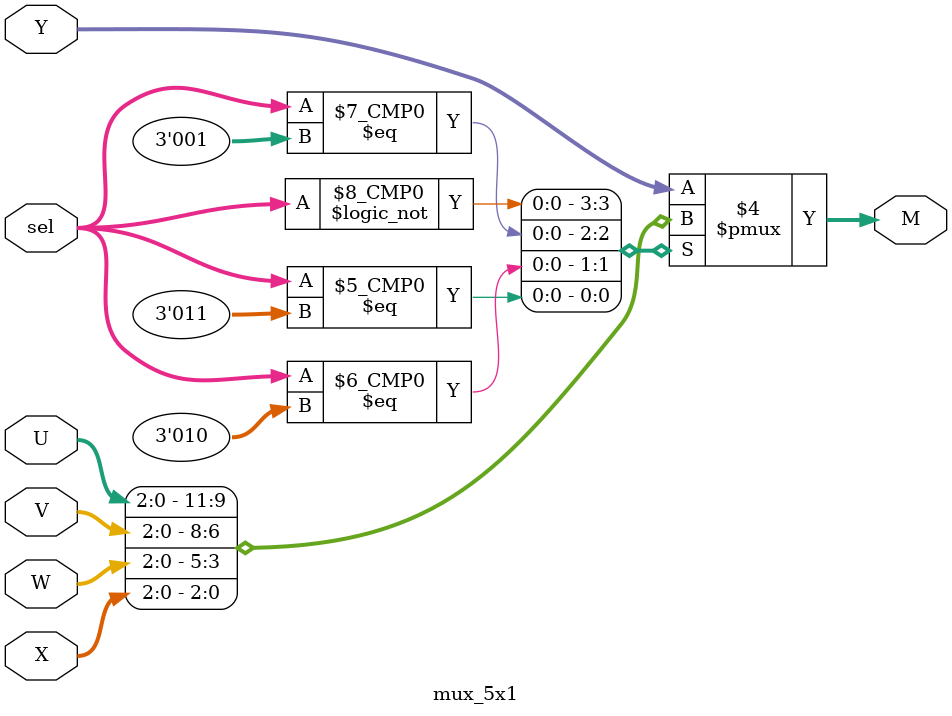
<source format=sv>
module mux_5x1 (
    input  logic [2:0] U, V, W, X, Y,
    input  logic [2:0] sel,
    output logic [2:0] M
);
    always_comb begin
        case(sel)
            3'b000: M = U;
            3'b001: M = V;
            3'b010: M = W;
            3'b011: M = X;
            3'b100: M = Y;
            default: M = Y;
        endcase
    end
endmodule
</source>
